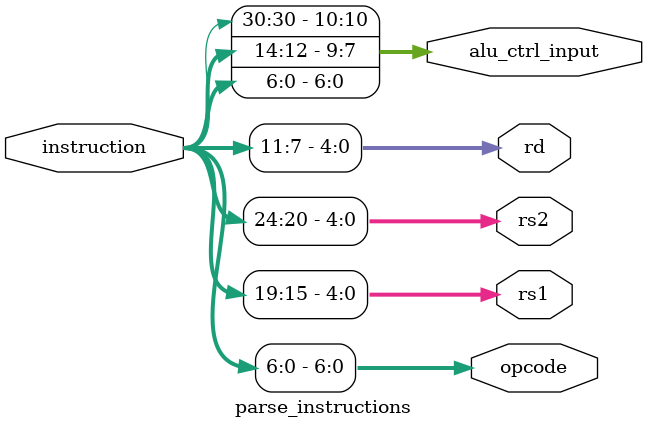
<source format=v>
module parse_instructions(
    input [31:0] instruction,
    output [6:0] opcode,
    output [4:0] rs1,
    output [4:0] rs2,
    output [4:0] rd,
    output [10:0] alu_ctrl_input
    );

    assign opcode = instruction[6:0];
    assign rs1 = instruction[19:15];
    assign rs2 = instruction[24:20];
    assign rd = instruction[11:7];
    assign alu_ctrl_input = {instruction[30], instruction[14:12], instruction[6:0]};
endmodule

</source>
